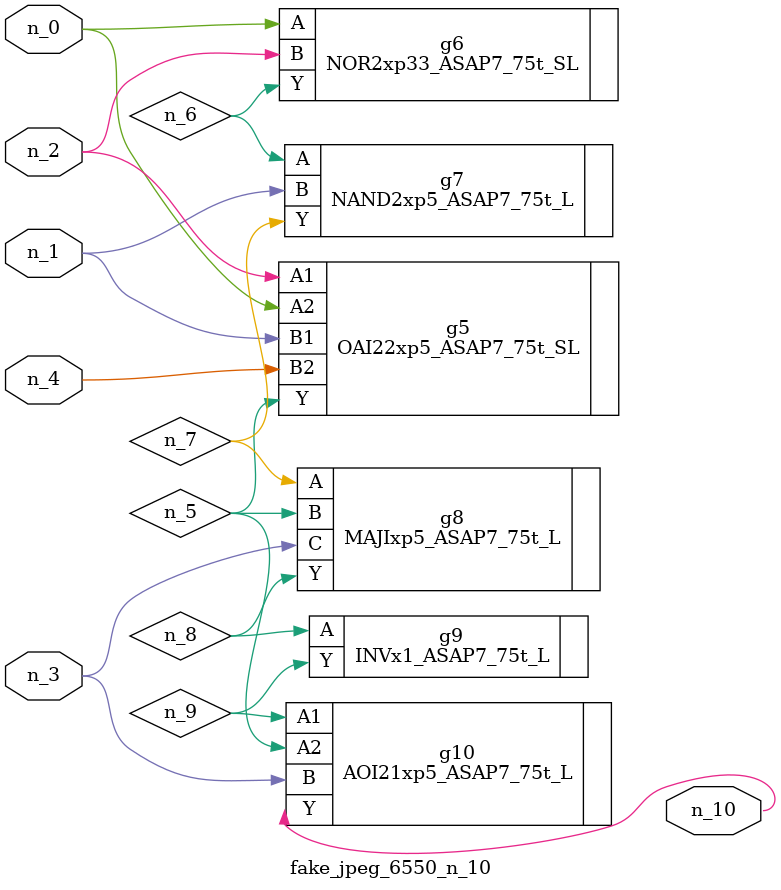
<source format=v>
module fake_jpeg_6550_n_10 (n_3, n_2, n_1, n_0, n_4, n_10);

input n_3;
input n_2;
input n_1;
input n_0;
input n_4;

output n_10;

wire n_8;
wire n_9;
wire n_6;
wire n_5;
wire n_7;

OAI22xp5_ASAP7_75t_SL g5 ( 
.A1(n_2),
.A2(n_0),
.B1(n_1),
.B2(n_4),
.Y(n_5)
);

NOR2xp33_ASAP7_75t_SL g6 ( 
.A(n_0),
.B(n_2),
.Y(n_6)
);

NAND2xp5_ASAP7_75t_L g7 ( 
.A(n_6),
.B(n_1),
.Y(n_7)
);

MAJIxp5_ASAP7_75t_L g8 ( 
.A(n_7),
.B(n_5),
.C(n_3),
.Y(n_8)
);

INVx1_ASAP7_75t_L g9 ( 
.A(n_8),
.Y(n_9)
);

AOI21xp5_ASAP7_75t_L g10 ( 
.A1(n_9),
.A2(n_5),
.B(n_3),
.Y(n_10)
);


endmodule
</source>
